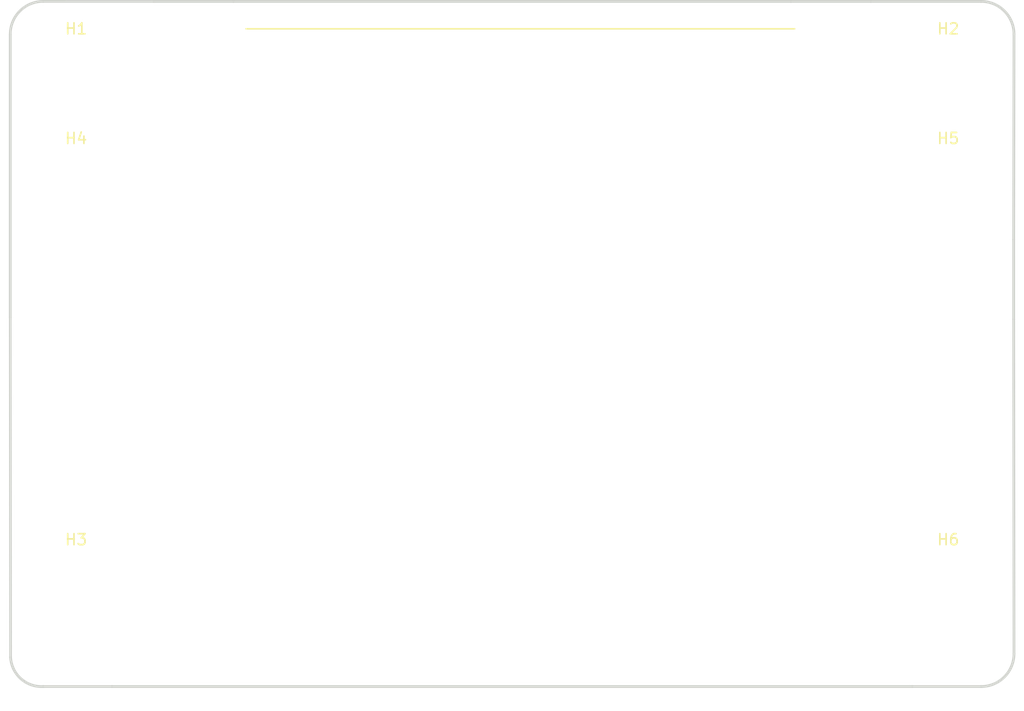
<source format=kicad_pcb>
(kicad_pcb (version 20211014) (generator pcbnew)
  (layers (0 "F.Cu" signal) (31 "B.Cu" signal) (34 "B.Paste" user) (35 "F.Paste" user) (36 "B.SilkS" user "B.Silkscreen") (37 "F.SilkS" user "F.Silkscreen") (38 "B.Mask" user) (39 "F.Mask" user) (44 "Edge.Cuts" user))
  (net 0 "")
  (footprint "MountingHole:MountingHole_6.4mm_M6" (layer "F.Cu") (at 109 125)
    (fp_text reference "H3" (at 0 -7.4) (layer "F.SilkS"))
    (fp_text value "MountingHole_Pad")
    (pad "" np_thru_hole circle (at 0 0) (size 6.4 6.4) (drill 6.4) (layers *.Cu *.Mask))
  )
  (footprint "MountingHole:MountingHole_5.3mm_M5" (layer "F.Cu") (at 188.5 74.5)
    (fp_text reference "H2" (at 0 -3.5) (layer "F.SilkS"))
    (fp_text value "MountingHole_Pad")
    (pad "" np_thru_hole circle (at 0 0) (size 5.3 5.3) (drill 5.3) (layers *.Cu *.Mask))
  )
  (footprint "MountingHole:MountingHole_5.3mm_M5" (layer "F.Cu") (at 109 74.5)
    (fp_text reference "H1" (at 0 -3.5) (layer "F.SilkS"))
    (fp_text value "MountingHole_Pad")
    (pad "" np_thru_hole circle (at 0 0) (size 5.3 5.3) (drill 5.3) (layers *.Cu *.Mask))
  )
  (footprint "MountingHole:MountingHole_6.4mm_M6" (layer "F.Cu") (at 188.5 125)
    (fp_text reference "H6" (at 0 -7.4) (layer "F.SilkS"))
    (fp_text value "MountingHole_Pad")
    (pad "" np_thru_hole circle (at 0 0) (size 6.4 6.4) (drill 6.4) (layers *.Cu *.Mask))
  )
  (footprint "MountingHole:MountingHole_5.3mm_M5" (layer "F.Cu") (at 188.5 84.9)
    (fp_text reference "H5" (at 0 -3.9) (layer "F.SilkS"))
    (fp_text value "MountingHole_Pad")
    (pad "" np_thru_hole circle (at 0 0) (size 5.3 5.3) (drill 5.3) (layers *.Cu *.Mask))
  )
  (footprint "MountingHole:MountingHole_5.3mm_M5" (layer "F.Cu") (at 109 84.9)
    (fp_text reference "H4" (at 0 -3.9) (layer "F.SilkS"))
    (fp_text value "MountingHole_Pad")
    (pad "" np_thru_hole circle (at 0 0) (size 5.3 5.3) (drill 5.3) (layers *.Cu *.Mask))
  )
  (gr_line (start 124.5 71) (end 174.5 71) (layer "F.SilkS") (width 0.15))
  (gr_arc (start 191.5 68.5) (mid 193.621313 69.378677) (end 194.49999 71.49999) (layer "Edge.Cuts") (width 0.254))
  (gr_line (start 185.22947 130.99962) (end 191.5 131.00001) (layer "Edge.Cuts") (width 0.245))
  (gr_line (start 194.47 90.225) (end 194.47099 97.5) (layer "Edge.Cuts") (width 0.254))
  (gr_line (start 103.00001 97.3328) (end 103.03 128.325) (layer "Edge.Cuts") (width 0.245))
  (gr_line (start 185.22947 130.99962) (end 112.27053 130.99962) (layer "Edge.Cuts") (width 0.254))
  (gr_arc (start 106 131) (mid 103.960989 130.277607) (end 103.03 128.325) (layer "Edge.Cuts") (width 0.254))
  (gr_line (start 105.99927 68.5) (end 116.05766 68.50038) (layer "Edge.Cuts") (width 0.245))
  (gr_line (start 103.00001 97.3328) (end 103.00001 71.5) (layer "Edge.Cuts") (width 0.254))
  (gr_line (start 106 131) (end 112.27053 130.99962) (layer "Edge.Cuts") (width 0.245))
  (gr_line (start 194.49999 71.5) (end 194.47 90.225) (layer "Edge.Cuts") (width 0.254))
  (gr_line (start 194.49999 128) (end 194.47099 97.5) (layer "Edge.Cuts") (width 0.254))
  (gr_line (start 123.35 68.50038) (end 174.15 68.5) (layer "Edge.Cuts") (width 0.254))
  (gr_line (start 181.44145 68.5) (end 174.15 68.5) (layer "Edge.Cuts") (width 0.254))
  (gr_line (start 116.05766 68.50038) (end 123.35 68.50038) (layer "Edge.Cuts") (width 0.254))
  (gr_arc (start 103.00001 71.5) (mid 103.878425 69.378938) (end 105.99927 68.5) (layer "Edge.Cuts") (width 0.245))
  (gr_arc (start 194.5 128.00001) (mid 193.62132 130.12133) (end 191.5 131.00001) (layer "Edge.Cuts") (width 0.254))
  (gr_line (start 181.44145 68.5) (end 191.5 68.5) (layer "Edge.Cuts") (width 0.254))
)
</source>
